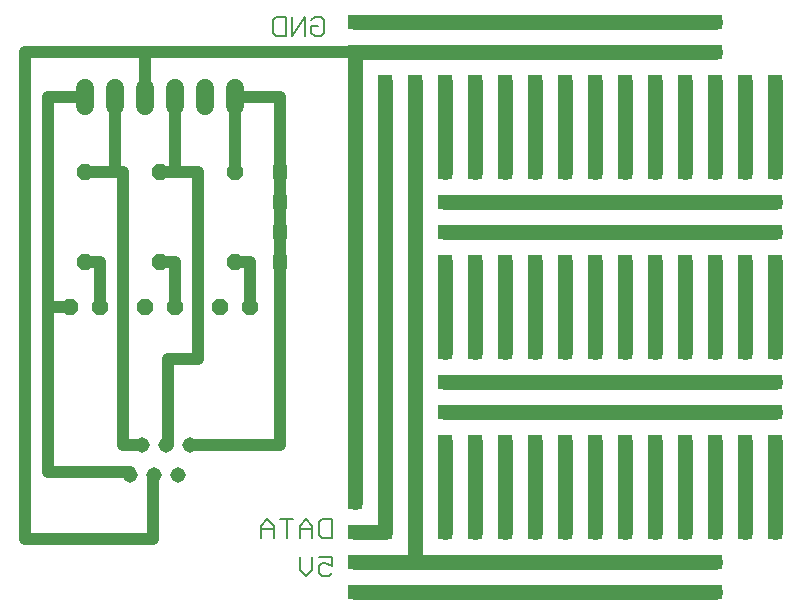
<source format=gbl>
G75*
G70*
%OFA0B0*%
%FSLAX24Y24*%
%IPPOS*%
%LPD*%
%AMOC8*
5,1,8,0,0,1.08239X$1,22.5*
%
%ADD10C,0.0060*%
%ADD11OC8,0.0520*%
%ADD12C,0.0594*%
%ADD13C,0.0515*%
%ADD14R,0.0500X0.0500*%
%ADD15C,0.0500*%
%ADD16C,0.0400*%
D10*
X011041Y002961D02*
X011041Y003388D01*
X011254Y003602D01*
X011468Y003388D01*
X011468Y002961D01*
X011899Y002961D02*
X011899Y003602D01*
X012112Y003602D02*
X011685Y003602D01*
X011468Y003282D02*
X011041Y003282D01*
X012330Y003282D02*
X012757Y003282D01*
X012757Y003388D02*
X012543Y003602D01*
X012330Y003388D01*
X012330Y002961D01*
X012757Y002961D02*
X012757Y003388D01*
X012974Y003495D02*
X012974Y003068D01*
X013081Y002961D01*
X013401Y002961D01*
X013401Y003602D01*
X013081Y003602D01*
X012974Y003495D01*
X012974Y002352D02*
X013401Y002352D01*
X013401Y002032D01*
X013188Y002138D01*
X013081Y002138D01*
X012974Y002032D01*
X012974Y001818D01*
X013081Y001711D01*
X013295Y001711D01*
X013401Y001818D01*
X012757Y001925D02*
X012543Y001711D01*
X012330Y001925D01*
X012330Y002352D01*
X012757Y002352D02*
X012757Y001925D01*
X012831Y019711D02*
X012724Y019818D01*
X012724Y020032D01*
X012938Y020032D01*
X013151Y020245D02*
X013151Y019818D01*
X013045Y019711D01*
X012831Y019711D01*
X012507Y019711D02*
X012507Y020352D01*
X012080Y019711D01*
X012080Y020352D01*
X011862Y020352D02*
X011542Y020352D01*
X011435Y020245D01*
X011435Y019818D01*
X011542Y019711D01*
X011862Y019711D01*
X011862Y020352D01*
X012724Y020245D02*
X012831Y020352D01*
X013045Y020352D01*
X013151Y020245D01*
D11*
X010181Y015181D03*
X007681Y015181D03*
X005181Y015181D03*
X005181Y012181D03*
X004681Y010681D03*
X005681Y010681D03*
X007181Y010681D03*
X008181Y010681D03*
X009681Y010681D03*
X010681Y010681D03*
X010181Y012181D03*
X007681Y012181D03*
D12*
X007181Y017385D02*
X007181Y017978D01*
X006181Y017978D02*
X006181Y017385D01*
X005181Y017385D02*
X005181Y017978D01*
X008181Y017978D02*
X008181Y017385D01*
X009181Y017385D02*
X009181Y017978D01*
X010181Y017978D02*
X010181Y017385D01*
D13*
X008681Y006087D03*
X007878Y006087D03*
X007075Y006087D03*
X006681Y005087D03*
X007485Y005087D03*
X008288Y005087D03*
D14*
X014181Y005181D03*
X015181Y005181D03*
X015181Y006181D03*
X014181Y006181D03*
X014181Y007181D03*
X015181Y007181D03*
X016181Y007181D03*
X017181Y007181D03*
X018181Y007181D03*
X019181Y007181D03*
X020181Y007181D03*
X021181Y007181D03*
X022181Y007181D03*
X023181Y007181D03*
X024181Y007181D03*
X025181Y007181D03*
X026181Y007181D03*
X027181Y007181D03*
X028181Y007181D03*
X028181Y006181D03*
X027181Y006181D03*
X026181Y006181D03*
X026181Y005181D03*
X027181Y005181D03*
X028181Y005181D03*
X028181Y004181D03*
X027181Y004181D03*
X026181Y004181D03*
X025181Y004181D03*
X024181Y004181D03*
X023181Y004181D03*
X022181Y004181D03*
X021181Y004181D03*
X020181Y004181D03*
X019181Y004181D03*
X018181Y004181D03*
X017181Y004181D03*
X016181Y004181D03*
X015181Y004181D03*
X014181Y004181D03*
X014181Y003181D03*
X015181Y003181D03*
X015181Y002181D03*
X014181Y002181D03*
X014181Y001181D03*
X015181Y001181D03*
X016181Y001181D03*
X017181Y001181D03*
X018181Y001181D03*
X019181Y001181D03*
X020181Y001181D03*
X021181Y001181D03*
X022181Y001181D03*
X023181Y001181D03*
X024181Y001181D03*
X025181Y001181D03*
X026181Y001181D03*
X026181Y002181D03*
X025181Y002181D03*
X024181Y002181D03*
X023181Y002181D03*
X022181Y002181D03*
X021181Y002181D03*
X020181Y002181D03*
X019181Y002181D03*
X018181Y002181D03*
X017181Y002181D03*
X016181Y002181D03*
X016181Y003181D03*
X017181Y003181D03*
X018181Y003181D03*
X019181Y003181D03*
X020181Y003181D03*
X021181Y003181D03*
X022181Y003181D03*
X023181Y003181D03*
X024181Y003181D03*
X025181Y003181D03*
X026181Y003181D03*
X027181Y003181D03*
X028181Y003181D03*
X025181Y005181D03*
X024181Y005181D03*
X023181Y005181D03*
X022181Y005181D03*
X021181Y005181D03*
X020181Y005181D03*
X019181Y005181D03*
X018181Y005181D03*
X017181Y005181D03*
X016181Y005181D03*
X016181Y006181D03*
X017181Y006181D03*
X018181Y006181D03*
X019181Y006181D03*
X020181Y006181D03*
X021181Y006181D03*
X022181Y006181D03*
X023181Y006181D03*
X024181Y006181D03*
X025181Y006181D03*
X025181Y008181D03*
X024181Y008181D03*
X023181Y008181D03*
X022181Y008181D03*
X021181Y008181D03*
X020181Y008181D03*
X019181Y008181D03*
X018181Y008181D03*
X017181Y008181D03*
X016181Y008181D03*
X015181Y008181D03*
X014181Y008181D03*
X014181Y009181D03*
X015181Y009181D03*
X016181Y009181D03*
X017181Y009181D03*
X018181Y009181D03*
X019181Y009181D03*
X020181Y009181D03*
X021181Y009181D03*
X022181Y009181D03*
X023181Y009181D03*
X024181Y009181D03*
X025181Y009181D03*
X026181Y009181D03*
X027181Y009181D03*
X028181Y009181D03*
X028181Y008181D03*
X027181Y008181D03*
X026181Y008181D03*
X026181Y010181D03*
X027181Y010181D03*
X028181Y010181D03*
X028181Y011181D03*
X027181Y011181D03*
X026181Y011181D03*
X025181Y011181D03*
X024181Y011181D03*
X023181Y011181D03*
X022181Y011181D03*
X021181Y011181D03*
X020181Y011181D03*
X019181Y011181D03*
X018181Y011181D03*
X017181Y011181D03*
X016181Y011181D03*
X015181Y011181D03*
X014181Y011181D03*
X014181Y010181D03*
X015181Y010181D03*
X016181Y010181D03*
X017181Y010181D03*
X018181Y010181D03*
X019181Y010181D03*
X020181Y010181D03*
X021181Y010181D03*
X022181Y010181D03*
X023181Y010181D03*
X024181Y010181D03*
X025181Y010181D03*
X025181Y012181D03*
X024181Y012181D03*
X023181Y012181D03*
X022181Y012181D03*
X021181Y012181D03*
X020181Y012181D03*
X019181Y012181D03*
X018181Y012181D03*
X017181Y012181D03*
X016181Y012181D03*
X015181Y012181D03*
X014181Y012181D03*
X014181Y013181D03*
X015181Y013181D03*
X016181Y013181D03*
X017181Y013181D03*
X018181Y013181D03*
X019181Y013181D03*
X020181Y013181D03*
X021181Y013181D03*
X022181Y013181D03*
X023181Y013181D03*
X024181Y013181D03*
X025181Y013181D03*
X026181Y013181D03*
X027181Y013181D03*
X028181Y013181D03*
X028181Y012181D03*
X027181Y012181D03*
X026181Y012181D03*
X026181Y014181D03*
X027181Y014181D03*
X028181Y014181D03*
X028181Y015181D03*
X027181Y015181D03*
X026181Y015181D03*
X025181Y015181D03*
X024181Y015181D03*
X023181Y015181D03*
X022181Y015181D03*
X021181Y015181D03*
X020181Y015181D03*
X019181Y015181D03*
X018181Y015181D03*
X017181Y015181D03*
X016181Y015181D03*
X015181Y015181D03*
X014181Y015181D03*
X014181Y016181D03*
X015181Y016181D03*
X016181Y016181D03*
X017181Y016181D03*
X018181Y016181D03*
X019181Y016181D03*
X020181Y016181D03*
X021181Y016181D03*
X022181Y016181D03*
X023181Y016181D03*
X024181Y016181D03*
X025181Y016181D03*
X026181Y016181D03*
X027181Y016181D03*
X028181Y016181D03*
X028181Y017181D03*
X027181Y017181D03*
X026181Y017181D03*
X025181Y017181D03*
X024181Y017181D03*
X023181Y017181D03*
X022181Y017181D03*
X021181Y017181D03*
X020181Y017181D03*
X019181Y017181D03*
X018181Y017181D03*
X017181Y017181D03*
X016181Y017181D03*
X015181Y017181D03*
X014181Y017181D03*
X014181Y018181D03*
X015181Y018181D03*
X015181Y019181D03*
X014181Y019181D03*
X014181Y020181D03*
X015181Y020181D03*
X016181Y020181D03*
X017181Y020181D03*
X018181Y020181D03*
X019181Y020181D03*
X020181Y020181D03*
X021181Y020181D03*
X022181Y020181D03*
X023181Y020181D03*
X024181Y020181D03*
X025181Y020181D03*
X026181Y020181D03*
X026181Y019181D03*
X026181Y018181D03*
X027181Y018181D03*
X028181Y018181D03*
X025181Y018181D03*
X024181Y018181D03*
X023181Y018181D03*
X022181Y018181D03*
X021181Y018181D03*
X020181Y018181D03*
X019181Y018181D03*
X018181Y018181D03*
X017181Y018181D03*
X016181Y018181D03*
X016181Y019181D03*
X017181Y019181D03*
X018181Y019181D03*
X019181Y019181D03*
X020181Y019181D03*
X021181Y019181D03*
X022181Y019181D03*
X023181Y019181D03*
X024181Y019181D03*
X025181Y019181D03*
X025181Y014181D03*
X024181Y014181D03*
X023181Y014181D03*
X022181Y014181D03*
X021181Y014181D03*
X020181Y014181D03*
X019181Y014181D03*
X018181Y014181D03*
X017181Y014181D03*
X016181Y014181D03*
X015181Y014181D03*
X014181Y014181D03*
X011681Y014181D03*
X011681Y013181D03*
X011681Y012181D03*
X011681Y015181D03*
D15*
X014181Y015181D02*
X014181Y018181D01*
X015181Y018181D02*
X015181Y003181D01*
X014181Y003181D01*
X015181Y003181D02*
X015181Y006181D01*
X016181Y006181D02*
X016181Y003181D01*
X017181Y003181D02*
X017181Y006181D01*
X018181Y006181D02*
X018181Y005181D01*
X018181Y004181D01*
X018181Y003181D01*
X019181Y003181D02*
X019181Y004181D01*
X019181Y005181D01*
X019181Y006181D01*
X020181Y006181D02*
X020181Y005181D01*
X020181Y004181D01*
X020181Y003181D01*
X021181Y003181D02*
X021181Y004181D01*
X021181Y005181D01*
X021181Y006181D01*
X022181Y006181D02*
X022181Y005181D01*
X022181Y004181D01*
X022181Y003181D01*
X023181Y003181D02*
X023181Y004181D01*
X023181Y005181D01*
X023181Y006181D01*
X024181Y006181D02*
X024181Y005181D01*
X024181Y004181D01*
X024181Y003181D01*
X025181Y003181D02*
X025181Y004181D01*
X025181Y005181D01*
X025181Y006181D01*
X026181Y006181D02*
X026181Y005181D01*
X026181Y004181D01*
X026181Y003181D01*
X027181Y003181D02*
X027181Y006181D01*
X028181Y006181D02*
X028181Y003181D01*
X026181Y002181D02*
X016181Y002181D01*
X016181Y018181D01*
X016181Y015181D01*
X017181Y015181D02*
X017181Y018181D01*
X018181Y018181D02*
X018181Y017181D01*
X018181Y016181D01*
X018181Y015181D01*
X019181Y015181D02*
X019181Y016181D01*
X019181Y017181D01*
X019181Y018181D01*
X020181Y018181D02*
X020181Y017181D01*
X020181Y016181D01*
X020181Y015181D01*
X021181Y015181D02*
X021181Y016181D01*
X021181Y017181D01*
X021181Y018181D01*
X022181Y018181D02*
X022181Y017181D01*
X022181Y016181D01*
X022181Y015181D01*
X023181Y015181D02*
X023181Y016181D01*
X023181Y017181D01*
X023181Y018181D01*
X024181Y018181D02*
X024181Y017181D01*
X024181Y016181D01*
X024181Y015181D01*
X025181Y015181D02*
X025181Y016181D01*
X025181Y017181D01*
X025181Y018181D01*
X026181Y018181D02*
X026181Y017181D01*
X026181Y016181D01*
X026181Y015181D01*
X027181Y015181D02*
X027181Y018181D01*
X028181Y018181D02*
X028181Y015181D01*
X028181Y014181D02*
X017181Y014181D01*
X017181Y013181D02*
X028181Y013181D01*
X028181Y012181D02*
X028181Y009181D01*
X027181Y009181D02*
X027181Y012181D01*
X026181Y012181D02*
X026181Y011181D01*
X026181Y010181D01*
X026181Y009181D01*
X025181Y009181D02*
X025181Y010181D01*
X025181Y011181D01*
X025181Y012181D01*
X024181Y012181D02*
X024181Y011181D01*
X024181Y010181D01*
X024181Y009181D01*
X023181Y009181D02*
X023181Y010181D01*
X023181Y011181D01*
X023181Y012181D01*
X022181Y012181D02*
X022181Y011181D01*
X022181Y010181D01*
X022181Y009181D01*
X021181Y009181D02*
X021181Y010181D01*
X021181Y011181D01*
X021181Y012181D01*
X020181Y012181D02*
X020181Y011181D01*
X020181Y010181D01*
X020181Y009181D01*
X019181Y009181D02*
X019181Y010181D01*
X019181Y011181D01*
X019181Y012181D01*
X018181Y012181D02*
X018181Y011181D01*
X018181Y010181D01*
X018181Y009181D01*
X017181Y009181D02*
X017181Y012181D01*
X016181Y012181D02*
X016181Y009181D01*
X015181Y009181D02*
X015181Y012181D01*
X014181Y012181D02*
X014181Y009181D01*
X017181Y008181D02*
X028181Y008181D01*
X028181Y007181D02*
X017181Y007181D01*
X014181Y004181D02*
X014181Y019181D01*
X026181Y019181D01*
X026181Y020181D02*
X014181Y020181D01*
X015181Y018181D02*
X015181Y015181D01*
X014181Y002181D02*
X016181Y002181D01*
X014181Y001181D02*
X026181Y001181D01*
D16*
X003181Y002931D02*
X003181Y019181D01*
X007181Y019181D01*
X013181Y019181D01*
X014181Y019181D01*
X011681Y017681D02*
X010181Y017681D01*
X010181Y015181D01*
X008931Y015181D02*
X008181Y015181D01*
X007681Y015181D01*
X008181Y015181D02*
X008181Y017681D01*
X007181Y017681D02*
X007181Y019181D01*
X006181Y017681D02*
X006181Y015181D01*
X005181Y015181D01*
X006181Y015181D02*
X006431Y015181D01*
X006431Y006087D01*
X007075Y006087D01*
X007878Y006087D02*
X007931Y006087D01*
X007931Y008931D01*
X008931Y008931D01*
X008931Y015181D01*
X011681Y017681D02*
X011681Y006087D01*
X008681Y006087D01*
X007485Y005087D02*
X007431Y005087D01*
X007431Y002931D01*
X003181Y002931D01*
X003931Y005181D02*
X003931Y010681D01*
X004681Y010681D01*
X003931Y010681D02*
X003931Y017681D01*
X005181Y017681D01*
X004681Y017681D01*
X005181Y012181D02*
X005681Y012181D01*
X005681Y010681D01*
X008181Y010681D02*
X008181Y012181D01*
X007681Y012181D01*
X010181Y012181D02*
X010681Y012181D01*
X010681Y010681D01*
X006681Y005181D02*
X003931Y005181D01*
X006681Y005181D02*
X006681Y005087D01*
M02*

</source>
